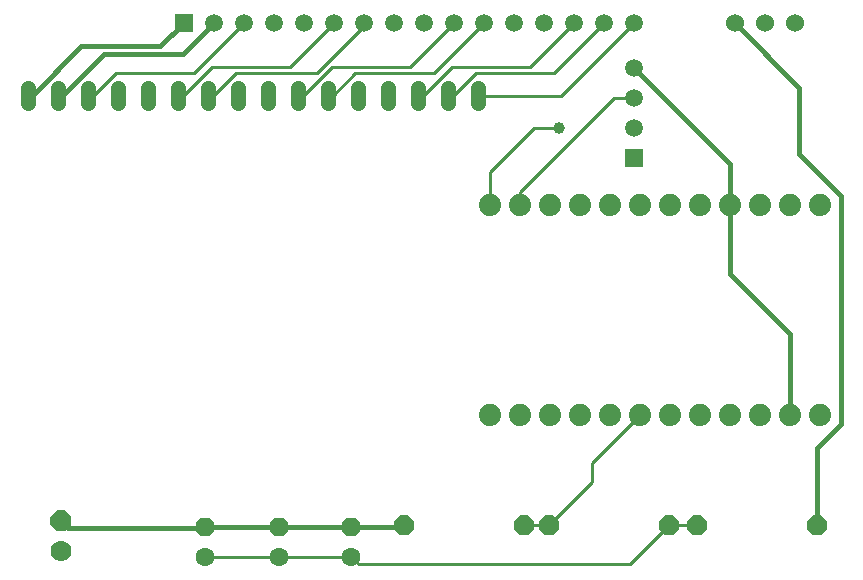
<source format=gbr>
G04 EAGLE Gerber RS-274X export*
G75*
%MOMM*%
%FSLAX34Y34*%
%LPD*%
%INTop Copper*%
%IPPOS*%
%AMOC8*
5,1,8,0,0,1.08239X$1,22.5*%
G01*
%ADD10R,1.508000X1.508000*%
%ADD11C,1.508000*%
%ADD12P,1.732040X8X112.500000*%
%ADD13C,1.600200*%
%ADD14C,1.308000*%
%ADD15C,1.524000*%
%ADD16P,1.814519X8X202.500000*%
%ADD17P,1.814519X8X22.500000*%
%ADD18C,1.879600*%
%ADD19P,1.924489X8X112.500000*%
%ADD20C,1.778000*%
%ADD21C,0.406400*%
%ADD22C,0.254000*%
%ADD23C,1.006400*%


D10*
X227330Y476504D03*
D11*
X252730Y476504D03*
X278130Y476504D03*
X303530Y476504D03*
X328930Y476504D03*
X354330Y476504D03*
X379730Y476504D03*
X405130Y476504D03*
X430530Y476504D03*
X455930Y476504D03*
X481330Y476504D03*
X506730Y476504D03*
X532130Y476504D03*
X557530Y476504D03*
X582930Y476504D03*
X608330Y476504D03*
D10*
X608330Y362204D03*
D11*
X608330Y387604D03*
X608330Y413004D03*
X608330Y438404D03*
D12*
X245110Y49784D03*
D13*
X245110Y24384D03*
D14*
X95748Y408324D02*
X95748Y421404D01*
X121148Y421404D02*
X121148Y408324D01*
X146548Y408324D02*
X146548Y421404D01*
X171948Y421404D02*
X171948Y408324D01*
X197348Y408324D02*
X197348Y421404D01*
X222748Y421404D02*
X222748Y408324D01*
X248148Y408324D02*
X248148Y421404D01*
X273548Y421404D02*
X273548Y408324D01*
X298948Y408324D02*
X298948Y421404D01*
X324348Y421404D02*
X324348Y408324D01*
X349748Y408324D02*
X349748Y421404D01*
X375148Y421404D02*
X375148Y408324D01*
X400548Y408324D02*
X400548Y421404D01*
X425948Y421404D02*
X425948Y408324D01*
X451348Y408324D02*
X451348Y421404D01*
X476748Y421404D02*
X476748Y408324D01*
D15*
X693674Y476250D03*
X719074Y476250D03*
X744474Y476250D03*
D16*
X515112Y51054D03*
X413512Y51054D03*
X638048Y51054D03*
X536448Y51054D03*
D17*
X661670Y51054D03*
X763270Y51054D03*
D18*
X765810Y144272D03*
X740410Y144272D03*
X715010Y144272D03*
X689610Y144272D03*
X664210Y144272D03*
X638810Y144272D03*
X613410Y144272D03*
X588010Y144272D03*
X562610Y144272D03*
X537210Y144272D03*
X511810Y144272D03*
X486410Y144272D03*
X486410Y322072D03*
X511810Y322072D03*
X537210Y322072D03*
X562610Y322072D03*
X588010Y322072D03*
X613410Y322072D03*
X638810Y322072D03*
X664210Y322072D03*
X689610Y322072D03*
X715010Y322072D03*
X740410Y322072D03*
X765810Y322072D03*
D19*
X123190Y54610D03*
D20*
X123190Y29210D03*
D12*
X307594Y49784D03*
D13*
X307594Y24384D03*
D12*
X369316Y49784D03*
D13*
X369316Y24384D03*
D21*
X244094Y48768D02*
X129032Y48768D01*
X244094Y48768D02*
X245110Y49784D01*
X307594Y49784D01*
X369316Y49784D01*
X412242Y49784D02*
X413512Y51054D01*
X412242Y49784D02*
X369316Y49784D01*
X129032Y48768D02*
X123190Y54610D01*
X608330Y438404D02*
X689610Y357124D01*
X689610Y322072D01*
X689610Y264160D02*
X740410Y213360D01*
X689610Y264160D02*
X689610Y322072D01*
X740410Y213360D02*
X740410Y144272D01*
D22*
X520192Y439166D02*
X557530Y476504D01*
X454314Y439166D02*
X430012Y414864D01*
X425948Y414864D01*
X454314Y439166D02*
X520192Y439166D01*
X455571Y414864D02*
X451348Y414864D01*
X455571Y414864D02*
X474747Y434040D01*
X540466Y434040D02*
X582930Y476504D01*
X540466Y434040D02*
X474747Y434040D01*
D21*
X227330Y476504D02*
X207518Y456692D01*
X98893Y414864D02*
X95748Y414864D01*
X140721Y456692D02*
X207518Y456692D01*
X140721Y456692D02*
X98893Y414864D01*
X226314Y450088D02*
X252730Y476504D01*
X226314Y450088D02*
X159512Y450088D01*
X124288Y414864D02*
X121148Y414864D01*
X124288Y414864D02*
X159512Y450088D01*
D22*
X150612Y414864D02*
X146548Y414864D01*
X150612Y414864D02*
X169834Y434086D01*
X235712Y434086D02*
X278130Y476504D01*
X235712Y434086D02*
X169834Y434086D01*
X340360Y434086D02*
X379730Y473456D01*
X379730Y476504D01*
X252176Y414864D02*
X248148Y414864D01*
X252176Y414864D02*
X271398Y434086D01*
X340360Y434086D01*
X418592Y439166D02*
X455930Y476504D01*
X418592Y439166D02*
X352873Y439166D01*
X328571Y414864D02*
X324348Y414864D01*
X328571Y414864D02*
X352873Y439166D01*
X438912Y434086D02*
X481330Y476504D01*
X353558Y414864D02*
X349748Y414864D01*
X353558Y414864D02*
X372780Y434086D01*
X438912Y434086D01*
X546690Y414864D02*
X608330Y476504D01*
X546690Y414864D02*
X476748Y414864D01*
X354330Y476504D02*
X316992Y439166D01*
X251206Y439166D01*
X226904Y414864D02*
X222748Y414864D01*
X226904Y414864D02*
X251206Y439166D01*
X591566Y413004D02*
X608330Y413004D01*
X591566Y413004D02*
X511810Y333248D01*
X511810Y322072D01*
D23*
X545084Y387604D03*
D22*
X523494Y387604D01*
X486410Y350520D01*
X486410Y322072D01*
D21*
X763270Y116641D02*
X763270Y51054D01*
X783590Y329637D02*
X748284Y364943D01*
X783590Y136961D02*
X763270Y116641D01*
X783590Y136961D02*
X783590Y329637D01*
X748284Y421640D02*
X693674Y476250D01*
X748284Y421640D02*
X748284Y364943D01*
D22*
X307594Y24384D02*
X245110Y24384D01*
X307594Y24384D02*
X369316Y24384D01*
X638048Y51054D02*
X661670Y51054D01*
X605028Y18034D02*
X375666Y18034D01*
X369316Y24384D01*
X605028Y18034D02*
X638048Y51054D01*
X536448Y51054D02*
X515112Y51054D01*
X572770Y103632D02*
X613410Y144272D01*
X572770Y103632D02*
X572770Y87376D01*
X536448Y51054D01*
M02*

</source>
